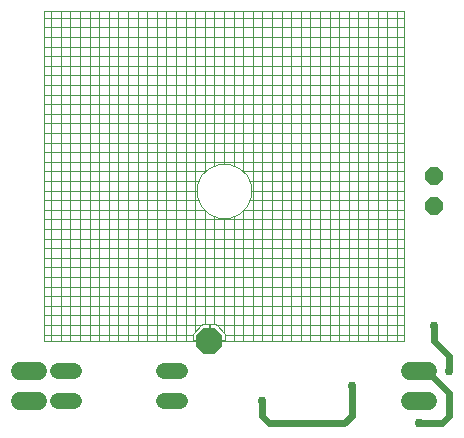
<source format=gbr>
G04 EAGLE Gerber RS-274X export*
G75*
%MOMM*%
%FSLAX34Y34*%
%LPD*%
%INBottom Copper*%
%IPPOS*%
%AMOC8*
5,1,8,0,0,1.08239X$1,22.5*%
G01*
%ADD10C,1.524000*%
%ADD11P,1.649562X8X22.500000*%
%ADD12C,1.320800*%
%ADD13P,2.336880X8X22.500000*%
%ADD14C,0.756400*%
%ADD15C,0.609600*%
%ADD16C,0.076200*%


D10*
X375920Y25400D02*
X360680Y25400D01*
X360680Y50800D02*
X375920Y50800D01*
D11*
X381000Y190500D03*
X381000Y215900D03*
D12*
X165608Y25400D02*
X152400Y25400D01*
X152400Y50800D02*
X165608Y50800D01*
X76200Y50800D02*
X62992Y50800D01*
X62992Y25400D02*
X76200Y25400D01*
D10*
X45720Y25400D02*
X30480Y25400D01*
X30480Y50800D02*
X45720Y50800D01*
D13*
X190500Y76200D03*
D14*
X381000Y88900D03*
X393700Y50800D03*
D15*
X393700Y63500D01*
X381000Y76200D01*
X381000Y88900D01*
X374650Y50800D02*
X368300Y50800D01*
X374650Y50800D02*
X393700Y31750D01*
X393700Y12700D01*
X387350Y6350D01*
X368300Y6350D01*
D14*
X368300Y6350D03*
X234950Y25400D03*
X311150Y38100D03*
D15*
X311150Y12700D01*
X304800Y6350D01*
X234950Y12700D02*
X234950Y25400D01*
X234950Y12700D02*
X241300Y6350D01*
X304800Y6350D01*
D16*
X190881Y76581D02*
X190881Y89916D01*
X190881Y76581D02*
X190119Y76581D01*
X190119Y89916D01*
X184819Y89916D01*
X176784Y81881D01*
X176784Y76581D01*
X190119Y76581D01*
X190119Y76200D01*
X50800Y76200D01*
X50800Y355600D01*
X355600Y355600D01*
X355600Y76200D01*
X190881Y76200D01*
X190881Y76581D01*
X204216Y76581D01*
X204216Y81881D01*
X196181Y89916D01*
X190881Y89916D01*
X226121Y198641D02*
X226121Y207759D01*
X222631Y216184D01*
X216184Y222631D01*
X207759Y226121D01*
X198641Y226121D01*
X190216Y222631D01*
X183769Y216184D01*
X180279Y207759D01*
X180279Y198641D01*
X183769Y190216D01*
X190216Y183769D01*
X198641Y180279D01*
X207759Y180279D01*
X216184Y183769D01*
X222631Y190216D01*
X226121Y198641D01*
X176784Y81280D02*
X50800Y81280D01*
X190119Y81280D02*
X190881Y81280D01*
X204216Y81280D02*
X355600Y81280D01*
X184311Y89408D02*
X50800Y89408D01*
X190119Y89408D02*
X190881Y89408D01*
X196689Y89408D02*
X355600Y89408D01*
X355600Y97536D02*
X50800Y97536D01*
X50800Y105664D02*
X355600Y105664D01*
X355600Y113792D02*
X50800Y113792D01*
X50800Y121920D02*
X355600Y121920D01*
X355600Y130048D02*
X50800Y130048D01*
X50800Y138176D02*
X355600Y138176D01*
X355600Y146304D02*
X50800Y146304D01*
X50800Y154432D02*
X355600Y154432D01*
X355600Y162560D02*
X50800Y162560D01*
X50800Y170688D02*
X355600Y170688D01*
X355600Y178816D02*
X50800Y178816D01*
X50800Y186944D02*
X187041Y186944D01*
X219359Y186944D02*
X355600Y186944D01*
X181757Y195072D02*
X50800Y195072D01*
X224643Y195072D02*
X355600Y195072D01*
X180279Y203200D02*
X50800Y203200D01*
X226121Y203200D02*
X355600Y203200D01*
X181757Y211328D02*
X50800Y211328D01*
X224643Y211328D02*
X355600Y211328D01*
X187041Y219456D02*
X50800Y219456D01*
X219359Y219456D02*
X355600Y219456D01*
X355600Y227584D02*
X50800Y227584D01*
X50800Y235712D02*
X355600Y235712D01*
X355600Y243840D02*
X50800Y243840D01*
X50800Y251968D02*
X355600Y251968D01*
X355600Y260096D02*
X50800Y260096D01*
X50800Y268224D02*
X355600Y268224D01*
X355600Y276352D02*
X50800Y276352D01*
X50800Y284480D02*
X355600Y284480D01*
X355600Y292608D02*
X50800Y292608D01*
X50800Y300736D02*
X355600Y300736D01*
X355600Y308864D02*
X50800Y308864D01*
X50800Y316992D02*
X355600Y316992D01*
X355600Y325120D02*
X50800Y325120D01*
X50800Y333248D02*
X355600Y333248D01*
X355600Y341376D02*
X50800Y341376D01*
X50800Y349504D02*
X355600Y349504D01*
X56896Y355600D02*
X56896Y76200D01*
X65024Y76200D02*
X65024Y355600D01*
X73152Y355600D02*
X73152Y76200D01*
X81280Y76200D02*
X81280Y355600D01*
X89408Y355600D02*
X89408Y76200D01*
X97536Y76200D02*
X97536Y355600D01*
X105664Y355600D02*
X105664Y76200D01*
X113792Y76200D02*
X113792Y355600D01*
X121920Y355600D02*
X121920Y76200D01*
X130048Y76200D02*
X130048Y355600D01*
X138176Y355600D02*
X138176Y76200D01*
X146304Y76200D02*
X146304Y355600D01*
X154432Y355600D02*
X154432Y76200D01*
X162560Y76200D02*
X162560Y355600D01*
X170688Y355600D02*
X170688Y76200D01*
X178816Y76200D02*
X178816Y76581D01*
X178816Y83913D02*
X178816Y355600D01*
X186944Y76581D02*
X186944Y76200D01*
X186944Y89916D02*
X186944Y187041D01*
X186944Y219359D02*
X186944Y355600D01*
X195072Y76581D02*
X195072Y76200D01*
X195072Y89916D02*
X195072Y181757D01*
X195072Y224643D02*
X195072Y355600D01*
X203200Y76581D02*
X203200Y76200D01*
X203200Y82897D02*
X203200Y180279D01*
X203200Y226121D02*
X203200Y355600D01*
X211328Y181757D02*
X211328Y76200D01*
X211328Y224643D02*
X211328Y355600D01*
X219456Y187041D02*
X219456Y76200D01*
X219456Y219359D02*
X219456Y355600D01*
X227584Y355600D02*
X227584Y76200D01*
X235712Y76200D02*
X235712Y355600D01*
X243840Y355600D02*
X243840Y76200D01*
X251968Y76200D02*
X251968Y355600D01*
X260096Y355600D02*
X260096Y76200D01*
X268224Y76200D02*
X268224Y355600D01*
X276352Y355600D02*
X276352Y76200D01*
X284480Y76200D02*
X284480Y355600D01*
X292608Y355600D02*
X292608Y76200D01*
X300736Y76200D02*
X300736Y355600D01*
X308864Y355600D02*
X308864Y76200D01*
X316992Y76200D02*
X316992Y355600D01*
X325120Y355600D02*
X325120Y76200D01*
X333248Y76200D02*
X333248Y355600D01*
X341376Y355600D02*
X341376Y76200D01*
X349504Y76200D02*
X349504Y355600D01*
M02*

</source>
